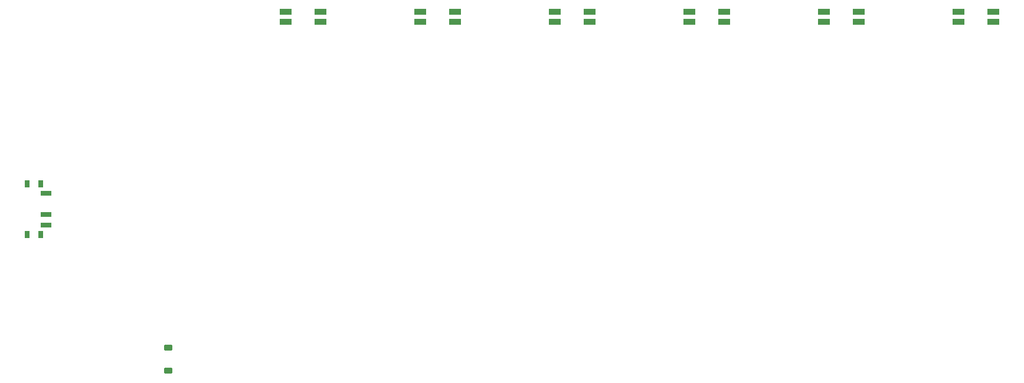
<source format=gtp>
G04 #@! TF.GenerationSoftware,KiCad,Pcbnew,7.0.8*
G04 #@! TF.CreationDate,2023-10-21T22:22:20-07:00*
G04 #@! TF.ProjectId,Seismos_5CoreR,53656973-6d6f-4735-9f35-436f7265522e,rev?*
G04 #@! TF.SameCoordinates,Original*
G04 #@! TF.FileFunction,Paste,Top*
G04 #@! TF.FilePolarity,Positive*
%FSLAX46Y46*%
G04 Gerber Fmt 4.6, Leading zero omitted, Abs format (unit mm)*
G04 Created by KiCad (PCBNEW 7.0.8) date 2023-10-21 22:22:20*
%MOMM*%
%LPD*%
G01*
G04 APERTURE LIST*
G04 Aperture macros list*
%AMRoundRect*
0 Rectangle with rounded corners*
0 $1 Rounding radius*
0 $2 $3 $4 $5 $6 $7 $8 $9 X,Y pos of 4 corners*
0 Add a 4 corners polygon primitive as box body*
4,1,4,$2,$3,$4,$5,$6,$7,$8,$9,$2,$3,0*
0 Add four circle primitives for the rounded corners*
1,1,$1+$1,$2,$3*
1,1,$1+$1,$4,$5*
1,1,$1+$1,$6,$7*
1,1,$1+$1,$8,$9*
0 Add four rect primitives between the rounded corners*
20,1,$1+$1,$2,$3,$4,$5,0*
20,1,$1+$1,$4,$5,$6,$7,0*
20,1,$1+$1,$6,$7,$8,$9,0*
20,1,$1+$1,$8,$9,$2,$3,0*%
G04 Aperture macros list end*
%ADD10R,1.500000X0.700000*%
%ADD11R,0.800000X1.000000*%
%ADD12RoundRect,0.225000X-0.375000X0.225000X-0.375000X-0.225000X0.375000X-0.225000X0.375000X0.225000X0*%
%ADD13R,1.803400X0.812800*%
G04 APERTURE END LIST*
D10*
X33950000Y-60882000D03*
D11*
X33165000Y-56482000D03*
X31235000Y-56482000D03*
X33165000Y-63782000D03*
X31235000Y-63782000D03*
D10*
X33950000Y-62382000D03*
X33950000Y-57882000D03*
D12*
X51500000Y-80050000D03*
X51500000Y-83350000D03*
D13*
X73351900Y-33249300D03*
X73351900Y-31750700D03*
X68348100Y-31750700D03*
X68348100Y-33249300D03*
X169851900Y-33249300D03*
X169851900Y-31750700D03*
X164848100Y-31750700D03*
X164848100Y-33249300D03*
X131251900Y-33249300D03*
X131251900Y-31750700D03*
X126248100Y-31750700D03*
X126248100Y-33249300D03*
X111951900Y-33249300D03*
X111951900Y-31750700D03*
X106948100Y-31750700D03*
X106948100Y-33249300D03*
X150551900Y-33249300D03*
X150551900Y-31750700D03*
X145548100Y-31750700D03*
X145548100Y-33249300D03*
X92651900Y-33249300D03*
X92651900Y-31750700D03*
X87648100Y-31750700D03*
X87648100Y-33249300D03*
M02*

</source>
